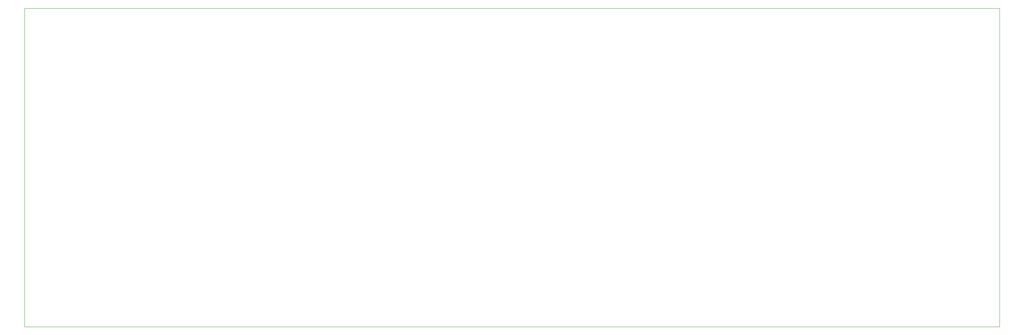
<source format=gbr>
%TF.GenerationSoftware,KiCad,Pcbnew,8.0.2+dfsg-1*%
%TF.CreationDate,2024-05-13T13:38:19+02:00*%
%TF.ProjectId,OSDEHA_PSU,4f534445-4841-45f5-9053-552e6b696361,rev?*%
%TF.SameCoordinates,Original*%
%TF.FileFunction,Profile,NP*%
%FSLAX46Y46*%
G04 Gerber Fmt 4.6, Leading zero omitted, Abs format (unit mm)*
G04 Created by KiCad (PCBNEW 8.0.2+dfsg-1) date 2024-05-13 13:38:19*
%MOMM*%
%LPD*%
G01*
G04 APERTURE LIST*
%TA.AperFunction,Profile*%
%ADD10C,0.100000*%
%TD*%
G04 APERTURE END LIST*
D10*
X33883600Y-77825600D02*
X273151600Y-77825600D01*
X273151600Y-156159200D01*
X33883600Y-156159200D01*
X33883600Y-77825600D01*
M02*

</source>
